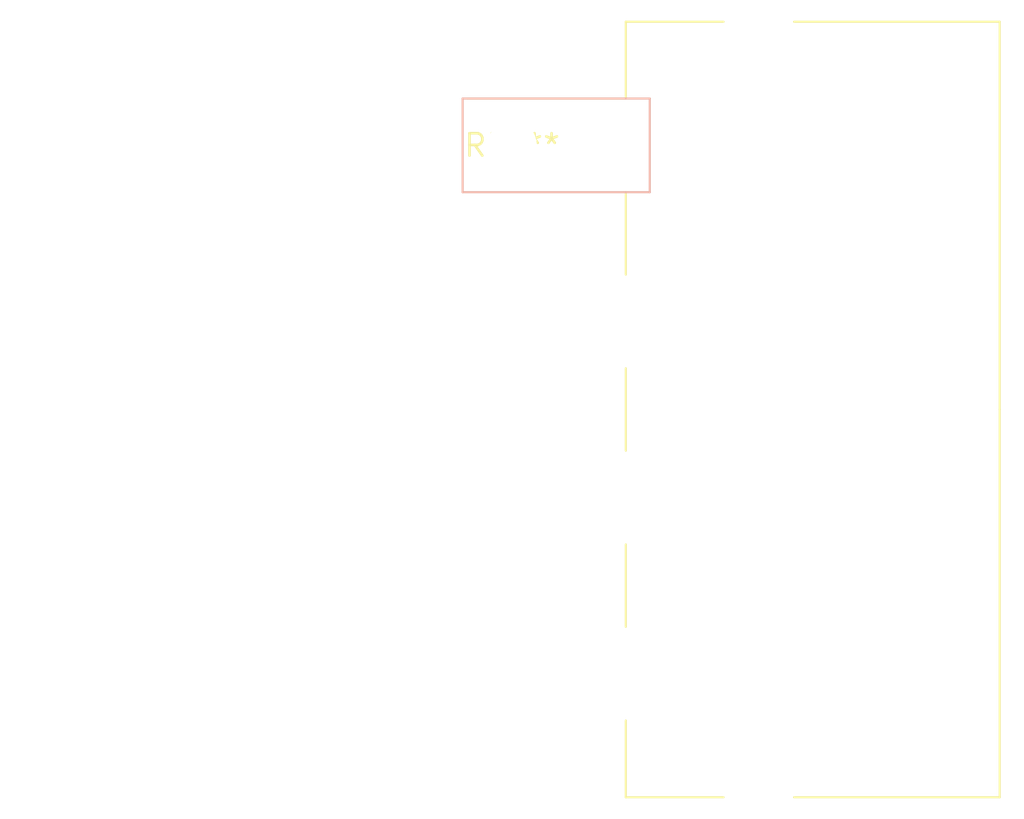
<source format=kicad_pcb>
(kicad_pcb (version 20240108) (generator pcbnew)
  (layers (0 "F.Cu" signal) (31 "B.Cu" signal) (34 "B.Paste" user) (35 "F.Paste" user) (36 "B.SilkS" user "B.Silkscreen") (37 "F.SilkS" user "F.Silkscreen") (38 "B.Mask" user) (39 "F.Mask" user) (44 "Edge.Cuts" user))
  (net 0 "")
  (footprint "Molex_Mini-Fit_Sr_42820-42XX_1x04_P10.00mm_Horizontal" (layer "F.Cu") (at 0 0)
    (property "Reference" "REF**")
    (property "Value" "Molex_Mini-Fit_Sr_42820-42XX_1x04_P10.00mm_Horizontal")
    (fp_line (start -2.81 -2.66) (end -2.81 2.66) (layer "B.SilkS") (stroke (width 0.12)))
    (fp_line (start -2.81 2.66) (end 7.81 2.66) (layer "B.SilkS") (stroke (width 0.12)))
    (fp_line (start 7.81 -2.66) (end -2.81 -2.66) (layer "B.SilkS") (stroke (width 0.12)))
    (fp_line (start 7.81 2.66) (end 7.81 -2.66) (layer "B.SilkS") (stroke (width 0.12)))
    (fp_line (start 6.45 -7.02) (end 12 -7.02) (layer "F.SilkS") (stroke (width 0.12)))
    (fp_line (start 6.45 -2.66) (end -2.55 -2.66) (layer "F.SilkS") (stroke (width 0.12)))
    (fp_line (start 6.45 -2.66) (end 6.45 -7.02) (layer "F.SilkS") (stroke (width 0.12)))
    (fp_line (start 6.45 2.66) (end 6.45 7.34) (layer "F.SilkS") (stroke (width 0.12)))
    (fp_line (start 6.45 12.66) (end 6.45 17.34) (layer "F.SilkS") (stroke (width 0.12)))
    (fp_line (start 6.45 22.66) (end 6.45 27.34) (layer "F.SilkS") (stroke (width 0.12)))
    (fp_line (start 6.45 32.66) (end 6.45 37.02) (layer "F.SilkS") (stroke (width 0.12)))
    (fp_line (start 6.45 37.02) (end 12 37.02) (layer "F.SilkS") (stroke (width 0.12)))
    (fp_line (start 16 -7.02) (end 27.67 -7.02) (layer "F.SilkS") (stroke (width 0.12)))
    (fp_line (start 16 37.02) (end 27.67 37.02) (layer "F.SilkS") (stroke (width 0.12)))
    (fp_line (start 27.67 -7.02) (end 27.67 15) (layer "F.SilkS") (stroke (width 0.12)))
    (fp_line (start 27.67 37.02) (end 27.67 15) (layer "F.SilkS") (stroke (width 0.12)))
    (pad "" thru_hole circle (at 14 -5.73) (size 4 4) (drill 3) (layers *.Cu *.Mask) (remove_unused_layers))
    (pad "" thru_hole circle (at 14 35.73) (size 4 4) (drill 3) (layers *.Cu *.Mask) (remove_unused_layers))
    (pad "1" thru_hole rect (at 0 0) (size 5.1 4.8) (drill 2.8) (layers *.Cu *.Mask) (remove_unused_layers))
    (pad "1" thru_hole rect (at 5 0) (size 5.1 4.8) (drill 2.8) (layers *.Cu *.Mask) (remove_unused_layers))
    (pad "2" thru_hole rect (at 0 10) (size 5.1 4.8) (drill 2.8) (layers *.Cu *.Mask) (remove_unused_layers))
    (pad "2" thru_hole rect (at 5 10) (size 5.1 4.8) (drill 2.8) (layers *.Cu *.Mask) (remove_unused_layers))
    (pad "3" thru_hole rect (at 0 20) (size 5.1 4.8) (drill 2.8) (layers *.Cu *.Mask) (remove_unused_layers))
    (pad "3" thru_hole rect (at 5 20) (size 5.1 4.8) (drill 2.8) (layers *.Cu *.Mask) (remove_unused_layers))
    (pad "4" thru_hole rect (at 0 30) (size 5.1 4.8) (drill 2.8) (layers *.Cu *.Mask) (remove_unused_layers))
    (pad "4" thru_hole rect (at 5 30) (size 5.1 4.8) (drill 2.8) (layers *.Cu *.Mask) (remove_unused_layers))
  )
)
</source>
